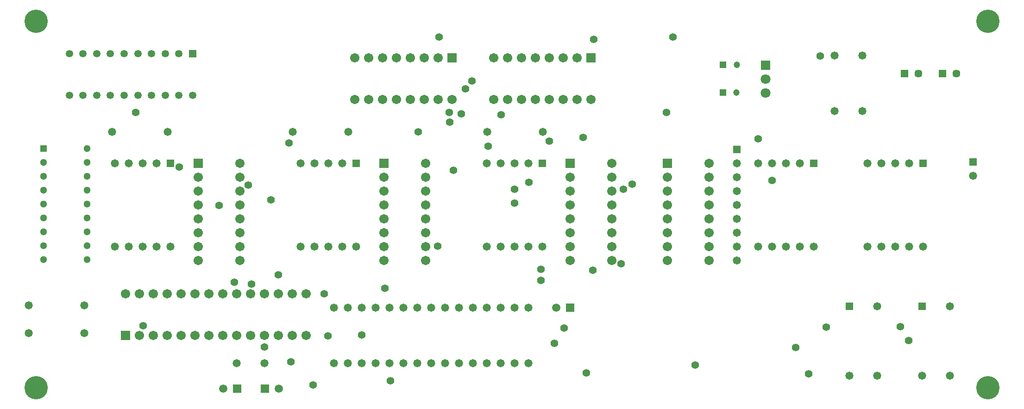
<source format=gbs>
G04*
G04 #@! TF.GenerationSoftware,Altium Limited,Altium Designer,22.10.1 (41)*
G04*
G04 Layer_Color=16711935*
%FSLAX44Y44*%
%MOMM*%
G71*
G04*
G04 #@! TF.SameCoordinates,66B8FDAA-6FD5-4FC8-9D46-DBF7901E3F2B*
G04*
G04*
G04 #@! TF.FilePolarity,Negative*
G04*
G01*
G75*
%ADD18R,1.5032X1.5032*%
%ADD19C,1.5032*%
%ADD20C,1.4732*%
%ADD21R,1.4732X1.4732*%
%ADD22R,1.4732X1.4732*%
%ADD23C,4.2672*%
%ADD24C,1.4500*%
%ADD25R,1.4500X1.4500*%
%ADD26C,1.3500*%
%ADD27R,1.3500X1.3500*%
%ADD28C,1.7032*%
%ADD29R,1.7032X1.7032*%
%ADD30R,1.7032X1.7032*%
%ADD31C,1.3000*%
%ADD32R,1.3000X1.3000*%
%ADD33R,1.2000X1.2000*%
%ADD34C,1.2000*%
%ADD35R,1.8032X1.8032*%
%ADD36C,1.8032*%
%ADD37C,1.4032*%
D18*
X1566000Y-113800D02*
D03*
X1008000Y-262000D02*
D03*
X957200D02*
D03*
D19*
X1540600Y-113800D02*
D03*
X1033400Y-262000D02*
D03*
X931800D02*
D03*
D20*
X1261200Y-113800D02*
D03*
Y-215400D02*
D03*
X1312000Y-113800D02*
D03*
Y-215400D02*
D03*
X1337400Y-113800D02*
D03*
Y-215400D02*
D03*
X1388200Y-113800D02*
D03*
Y-215400D02*
D03*
X1362800Y-113800D02*
D03*
Y-215400D02*
D03*
X1286600D02*
D03*
Y-113800D02*
D03*
X1413600D02*
D03*
Y-215400D02*
D03*
X1464400Y-113800D02*
D03*
Y-215400D02*
D03*
X1489800Y-113800D02*
D03*
Y-215400D02*
D03*
X1439000D02*
D03*
Y-113800D02*
D03*
X1210400D02*
D03*
Y-215400D02*
D03*
X1185000D02*
D03*
Y-113800D02*
D03*
X1235800Y-215400D02*
D03*
Y-113800D02*
D03*
X1134200Y-215400D02*
D03*
Y-113800D02*
D03*
X1159600D02*
D03*
Y-215400D02*
D03*
X1871200Y-27800D02*
D03*
Y-2400D02*
D03*
Y23000D02*
D03*
Y48400D02*
D03*
Y73800D02*
D03*
Y99200D02*
D03*
Y124600D02*
D03*
Y150000D02*
D03*
X2076600Y-238500D02*
D03*
X2127400Y-111500D02*
D03*
Y-238500D02*
D03*
X2209600D02*
D03*
X2260400Y-111500D02*
D03*
Y-238500D02*
D03*
X2302600Y127500D02*
D03*
X1007200Y-215400D02*
D03*
X956400D02*
D03*
X2049400Y347600D02*
D03*
Y246000D02*
D03*
X2100200Y347600D02*
D03*
Y246000D02*
D03*
X576200Y-109600D02*
D03*
X677800D02*
D03*
X576200Y-160400D02*
D03*
X677800D02*
D03*
X830200Y207900D02*
D03*
X728600D02*
D03*
X1160400D02*
D03*
X1058800D02*
D03*
X1414400D02*
D03*
X1516000D02*
D03*
X784800Y150000D02*
D03*
X810200D02*
D03*
X759400D02*
D03*
X734000D02*
D03*
X835600Y-2400D02*
D03*
X810200D02*
D03*
X784800D02*
D03*
X759400D02*
D03*
X734000D02*
D03*
X1124800Y150000D02*
D03*
X1150200D02*
D03*
X1099400D02*
D03*
X1074000D02*
D03*
X1175600Y-2400D02*
D03*
X1150200D02*
D03*
X1124800D02*
D03*
X1099400D02*
D03*
X1074000D02*
D03*
X1464800Y150000D02*
D03*
X1490200D02*
D03*
X1439400D02*
D03*
X1414000D02*
D03*
X1515600Y-2400D02*
D03*
X1490200D02*
D03*
X1464800D02*
D03*
X1439400D02*
D03*
X1414000D02*
D03*
X1910000D02*
D03*
X1935400D02*
D03*
X1960800D02*
D03*
X1986200D02*
D03*
X2011600D02*
D03*
X1910000Y150000D02*
D03*
X1935400D02*
D03*
X1986200D02*
D03*
X1960800D02*
D03*
X2110000Y-2400D02*
D03*
X2135400D02*
D03*
X2160800D02*
D03*
X2186200D02*
D03*
X2211600D02*
D03*
X2110000Y150000D02*
D03*
X2135400D02*
D03*
X2186200D02*
D03*
X2160800D02*
D03*
D21*
X1871200Y175400D02*
D03*
X2076600Y-111500D02*
D03*
X2209600D02*
D03*
X2302600Y152900D02*
D03*
D22*
X835600Y150000D02*
D03*
X1175600D02*
D03*
X1515600D02*
D03*
X2011600D02*
D03*
X2211600D02*
D03*
D23*
X590000Y410000D02*
D03*
X2330000D02*
D03*
Y-260000D02*
D03*
X590000D02*
D03*
D24*
X2202700Y315000D02*
D03*
X2272700D02*
D03*
D25*
X2177300D02*
D03*
X2247300D02*
D03*
D26*
X876000Y274800D02*
D03*
X851000D02*
D03*
X826000D02*
D03*
X801000D02*
D03*
X776000D02*
D03*
X751000D02*
D03*
X726000D02*
D03*
X701000D02*
D03*
X676000D02*
D03*
X651000D02*
D03*
Y351000D02*
D03*
X676000D02*
D03*
X701000D02*
D03*
X726000D02*
D03*
X751000D02*
D03*
X776000D02*
D03*
X801000D02*
D03*
X826000D02*
D03*
X851000D02*
D03*
D27*
X876000D02*
D03*
D28*
X1426300Y267200D02*
D03*
X1451700D02*
D03*
X1477100D02*
D03*
X1502500D02*
D03*
X1527900D02*
D03*
X1553300D02*
D03*
X1578700D02*
D03*
X1604100D02*
D03*
X1426300Y343400D02*
D03*
X1451700D02*
D03*
X1477100D02*
D03*
X1502500D02*
D03*
X1527900D02*
D03*
X1553300D02*
D03*
X1578700D02*
D03*
X1324700D02*
D03*
X1299300D02*
D03*
X1273900D02*
D03*
X1248500D02*
D03*
X1223100D02*
D03*
X1197700D02*
D03*
X1172300D02*
D03*
X1350100Y267200D02*
D03*
X1324700D02*
D03*
X1299300D02*
D03*
X1273900D02*
D03*
X1248500D02*
D03*
X1223100D02*
D03*
X1197700D02*
D03*
X1172300D02*
D03*
X962600Y-27800D02*
D03*
Y-2400D02*
D03*
Y23000D02*
D03*
Y48400D02*
D03*
Y73800D02*
D03*
Y99200D02*
D03*
Y124600D02*
D03*
Y150000D02*
D03*
X886400Y-27800D02*
D03*
Y-2400D02*
D03*
Y23000D02*
D03*
Y48400D02*
D03*
Y73800D02*
D03*
Y99200D02*
D03*
Y124600D02*
D03*
X1226400D02*
D03*
Y99200D02*
D03*
Y73800D02*
D03*
Y48400D02*
D03*
Y23000D02*
D03*
Y-2400D02*
D03*
Y-27800D02*
D03*
X1302600Y150000D02*
D03*
Y124600D02*
D03*
Y99200D02*
D03*
Y73800D02*
D03*
Y48400D02*
D03*
Y23000D02*
D03*
Y-2400D02*
D03*
Y-27800D02*
D03*
X1566400Y124600D02*
D03*
Y99200D02*
D03*
Y73800D02*
D03*
Y48400D02*
D03*
Y23000D02*
D03*
Y-2400D02*
D03*
Y-27800D02*
D03*
X1642600Y150000D02*
D03*
Y124600D02*
D03*
Y99200D02*
D03*
Y73800D02*
D03*
Y48400D02*
D03*
Y23000D02*
D03*
Y-2400D02*
D03*
Y-27800D02*
D03*
X1744200Y124600D02*
D03*
Y99200D02*
D03*
Y73800D02*
D03*
Y48400D02*
D03*
Y23000D02*
D03*
Y-2400D02*
D03*
Y-27800D02*
D03*
X1820400Y150000D02*
D03*
Y124600D02*
D03*
Y99200D02*
D03*
Y73800D02*
D03*
Y48400D02*
D03*
Y23000D02*
D03*
Y-2400D02*
D03*
Y-27800D02*
D03*
X1083400Y-88400D02*
D03*
X1058000D02*
D03*
X1032600D02*
D03*
X1007200D02*
D03*
X981800D02*
D03*
X956400D02*
D03*
X931000D02*
D03*
X905600D02*
D03*
X880200D02*
D03*
X854800D02*
D03*
X829400D02*
D03*
X804000D02*
D03*
X778600D02*
D03*
X753200D02*
D03*
X1083400Y-164600D02*
D03*
X1058000D02*
D03*
X1032600D02*
D03*
X1007200D02*
D03*
X981800D02*
D03*
X956400D02*
D03*
X931000D02*
D03*
X905600D02*
D03*
X880200D02*
D03*
X854800D02*
D03*
X829400D02*
D03*
X804000D02*
D03*
X778600D02*
D03*
D29*
X1604100Y343400D02*
D03*
X1350100D02*
D03*
X753200Y-164600D02*
D03*
D30*
X886400Y150000D02*
D03*
X1226400D02*
D03*
X1566400D02*
D03*
X1744200D02*
D03*
D31*
X683000Y177400D02*
D03*
Y152000D02*
D03*
Y126600D02*
D03*
Y101200D02*
D03*
Y75800D02*
D03*
Y50400D02*
D03*
Y25000D02*
D03*
Y-400D02*
D03*
Y-25800D02*
D03*
X603625D02*
D03*
Y-400D02*
D03*
Y25000D02*
D03*
Y50400D02*
D03*
Y75800D02*
D03*
Y101200D02*
D03*
Y126600D02*
D03*
Y152000D02*
D03*
D32*
Y177400D02*
D03*
D33*
X1845800Y330700D02*
D03*
X1845400Y279900D02*
D03*
D34*
X1870800Y330700D02*
D03*
X1870400Y279900D02*
D03*
D35*
X1923500Y330000D02*
D03*
D36*
Y304600D02*
D03*
Y279200D02*
D03*
D37*
X1032600Y-53550D02*
D03*
X1052830Y187550D02*
D03*
X1116838Y-88348D02*
D03*
X1527950Y190684D02*
D03*
X1513213Y-63837D02*
D03*
X1345266Y243712D02*
D03*
X1367282Y241344D02*
D03*
X1345851Y225755D02*
D03*
X1416304Y181908D02*
D03*
X1185164Y-164040D02*
D03*
X1555242Y-151340D02*
D03*
X1227328Y-78442D02*
D03*
X1595882Y-232874D02*
D03*
X1795272Y-218552D02*
D03*
X1123696Y-165056D02*
D03*
X2002790Y-234398D02*
D03*
X1096190Y-254718D02*
D03*
X1019302Y83610D02*
D03*
X852170Y143808D02*
D03*
X1352610Y137458D02*
D03*
X1055878Y-212554D02*
D03*
X2170176Y-148800D02*
D03*
X1910000Y195370D02*
D03*
X1590040Y198164D02*
D03*
X1537970Y-179050D02*
D03*
X2185416Y-173946D02*
D03*
X2034286Y-149308D02*
D03*
X1978660Y-186646D02*
D03*
X1464826Y103133D02*
D03*
X1608074Y-44914D02*
D03*
X1659783Y-33337D02*
D03*
X1464800Y77532D02*
D03*
X771906Y243630D02*
D03*
X1609598Y376980D02*
D03*
X1742694Y243884D02*
D03*
X1663954Y103246D02*
D03*
X2023618Y346754D02*
D03*
X786130Y-147022D02*
D03*
X952500Y-67266D02*
D03*
X984100Y-70822D02*
D03*
X1326896Y381298D02*
D03*
X1754378D02*
D03*
X1935734Y119170D02*
D03*
X1237742Y-247606D02*
D03*
X1007618Y-185884D02*
D03*
X1387094Y300780D02*
D03*
X1374902Y286810D02*
D03*
X1440434Y239312D02*
D03*
X1324610Y-972D02*
D03*
X1289050Y208070D02*
D03*
X1512710Y-43390D02*
D03*
X924306Y73606D02*
D03*
X1491234Y115360D02*
D03*
X1679956Y112644D02*
D03*
X978154Y110280D02*
D03*
M02*

</source>
